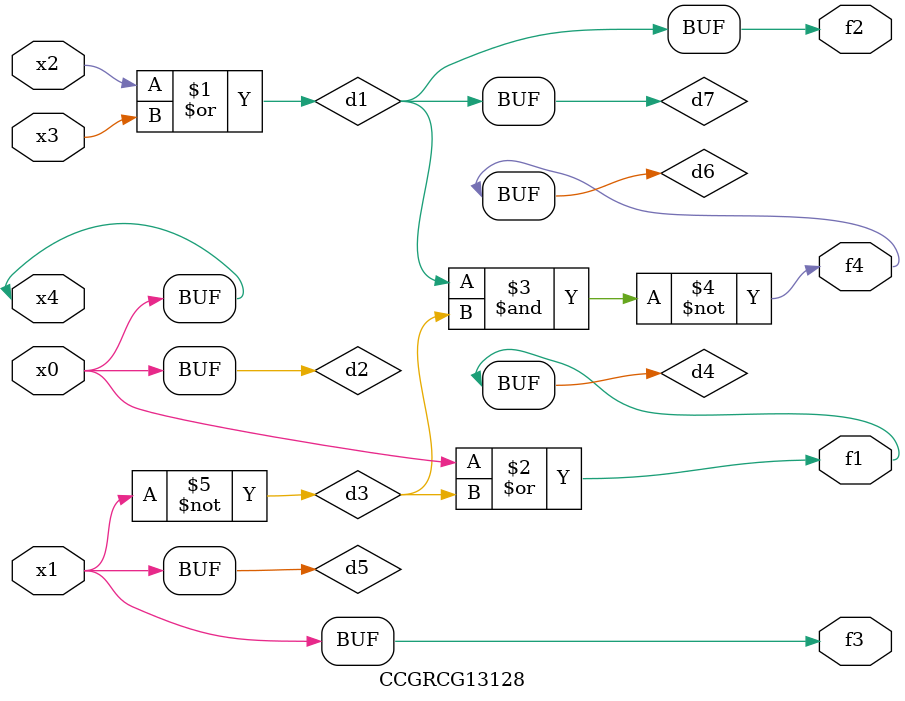
<source format=v>
module CCGRCG13128(
	input x0, x1, x2, x3, x4,
	output f1, f2, f3, f4
);

	wire d1, d2, d3, d4, d5, d6, d7;

	or (d1, x2, x3);
	buf (d2, x0, x4);
	not (d3, x1);
	or (d4, d2, d3);
	not (d5, d3);
	nand (d6, d1, d3);
	or (d7, d1);
	assign f1 = d4;
	assign f2 = d7;
	assign f3 = d5;
	assign f4 = d6;
endmodule

</source>
